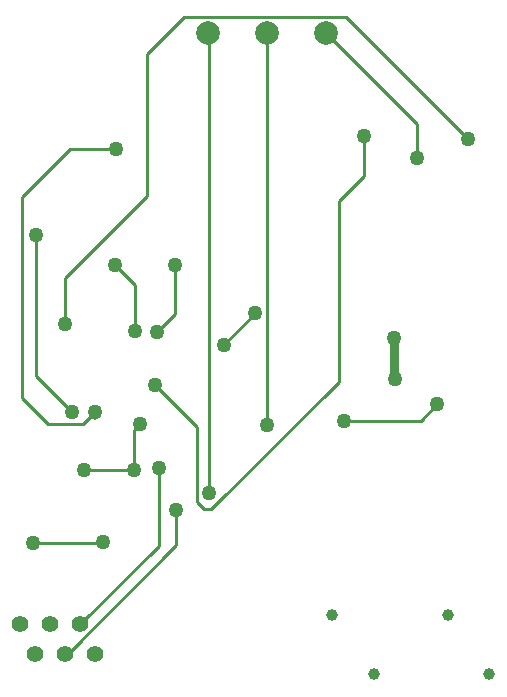
<source format=gbl>
%FSLAX43Y43*%
%MOMM*%
G71*
G01*
G75*
G04 Layer_Physical_Order=2*
G04 Layer_Color=16711680*
%ADD10R,1.600X0.800*%
%ADD11R,0.800X1.600*%
%ADD12R,1.100X1.250*%
%ADD13R,2.000X1.250*%
%ADD14R,1.250X2.000*%
%ADD15R,1.500X0.300*%
%ADD16R,0.300X1.500*%
%ADD17R,2.000X1.200*%
%ADD18R,5.600X5.600*%
%ADD19R,5.500X2.000*%
%ADD20R,0.950X0.700*%
%ADD21R,1.680X1.520*%
%ADD22C,0.254*%
%ADD23C,0.900*%
%ADD24C,0.800*%
%ADD25C,0.750*%
%ADD26C,1.400*%
%ADD27R,1.500X1.500*%
%ADD28C,1.500*%
%ADD29C,2.000*%
%ADD30C,1.270*%
%ADD31C,1.000*%
D22*
X5800Y18400D02*
X11600D01*
X11700Y18500D01*
X6000Y32600D02*
X9100Y29500D01*
X17800Y37800D02*
Y42000D01*
X16300Y36300D02*
X17800Y37800D01*
X12700Y42000D02*
X14400Y40300D01*
Y36400D02*
Y40300D01*
X8938Y51800D02*
X12800D01*
X4838Y30702D02*
Y47700D01*
X8938Y51800D01*
X6000Y32600D02*
Y44500D01*
X4838Y30702D02*
X7040Y28500D01*
X15400Y59800D02*
X18527Y62927D01*
X32273D01*
X42600Y52600D01*
X8500Y37000D02*
Y40900D01*
X15400Y47800D01*
Y59800D01*
X36300Y32400D02*
X36400Y32300D01*
X25600Y28400D02*
Y61600D01*
X19638Y21900D02*
X20238Y21300D01*
X20860D01*
X20700Y22700D02*
Y61500D01*
X20600Y61600D02*
X20700Y61500D01*
X19638Y21900D02*
Y28262D01*
X20860Y21300D02*
X31662Y32102D01*
Y47362D01*
X16100Y31800D02*
X19638Y28262D01*
X17900Y18268D02*
Y21200D01*
X10000Y28500D02*
X11000Y29500D01*
X7040Y28500D02*
X10000D01*
X10900Y29000D02*
X11000Y29100D01*
X9000Y29500D02*
X9100D01*
X21900Y35200D02*
X24600Y37900D01*
X30600Y61600D02*
X38300Y53900D01*
Y51000D02*
Y53900D01*
X12800Y51800D02*
Y51900D01*
X33800Y49500D02*
Y52900D01*
X31662Y47362D02*
X33800Y49500D01*
X32100Y28800D02*
X38600D01*
X40000Y30200D01*
X8510Y9060D02*
X8692D01*
X17900Y18268D01*
X9780Y11600D02*
X16400Y18220D01*
Y24800D01*
X14300Y24600D02*
Y28000D01*
X14800Y28500D01*
X10100Y24600D02*
X14300D01*
D24*
X36300Y32400D02*
Y35800D01*
D26*
X4700Y11600D02*
D03*
X5970Y9060D02*
D03*
X11050D02*
D03*
X7240Y11600D02*
D03*
X8510Y9060D02*
D03*
X9780Y11600D02*
D03*
D29*
X25600Y61600D02*
D03*
X30600D02*
D03*
X20600D02*
D03*
D30*
X5800Y18400D02*
D03*
X16300Y36300D02*
D03*
X6000Y44500D02*
D03*
X36400Y32300D02*
D03*
X25600Y28400D02*
D03*
X20700Y22700D02*
D03*
X17900Y21200D02*
D03*
X11000Y29500D02*
D03*
X9100D02*
D03*
X24600Y37900D02*
D03*
X21900Y35200D02*
D03*
X38300Y51000D02*
D03*
X12800Y51800D02*
D03*
X16100Y31800D02*
D03*
X8500Y37000D02*
D03*
X33800Y52900D02*
D03*
X42600Y52600D02*
D03*
X14400Y36400D02*
D03*
X12700Y42000D02*
D03*
X17800D02*
D03*
X36300Y35800D02*
D03*
X32100Y28800D02*
D03*
X40000Y30200D02*
D03*
X11700Y18500D02*
D03*
X16400Y24800D02*
D03*
X14300Y24600D02*
D03*
X14800Y28500D02*
D03*
X10100Y24600D02*
D03*
D31*
X44400Y7300D02*
D03*
X40900Y12300D02*
D03*
X34600Y7300D02*
D03*
X31100Y12300D02*
D03*
M02*

</source>
